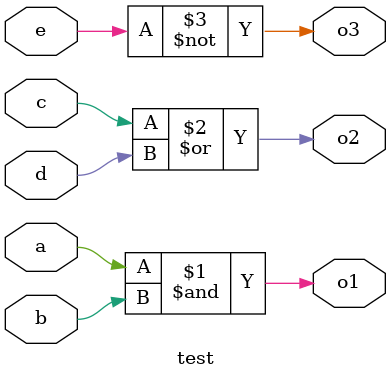
<source format=v>
module test(
		input a,
		input b,
		input c,
		input d,
		input e,
		
		output o1,
		output o2,
		output o3
);

assign o1 = a&b;
assign o2 = c|d;
assign o3 = ~e;

endmodule

</source>
